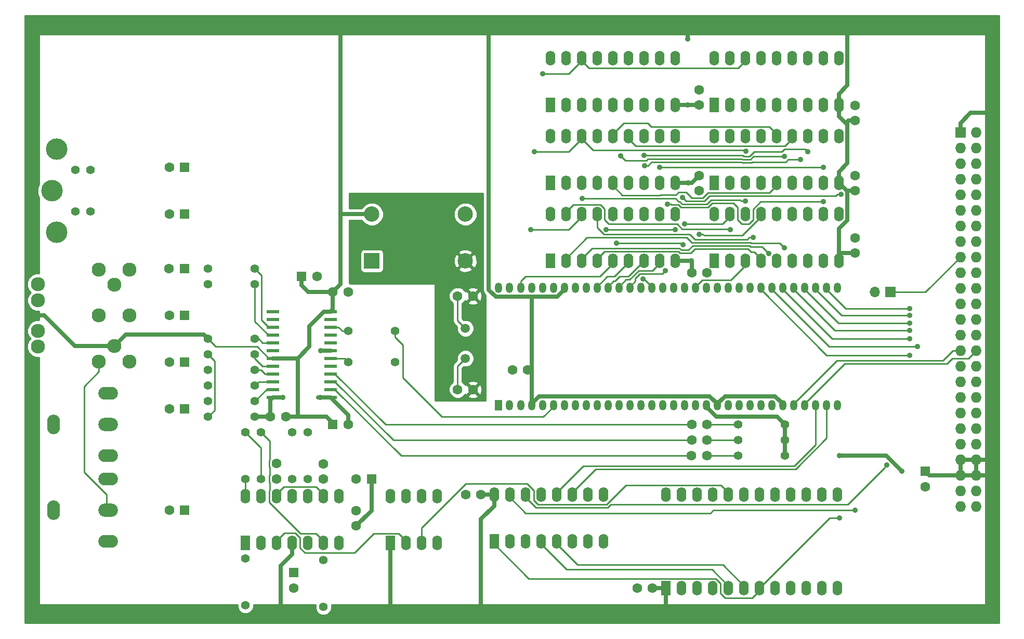
<source format=gbr>
G04 #@! TF.FileFunction,Copper,L1,Top,Signal*
%FSLAX46Y46*%
G04 Gerber Fmt 4.6, Leading zero omitted, Abs format (unit mm)*
G04 Created by KiCad (PCBNEW 4.0.7-e2-6376~61~ubuntu18.04.1) date Thu Dec  6 17:38:53 2018*
%MOMM*%
%LPD*%
G01*
G04 APERTURE LIST*
%ADD10C,0.100000*%
%ADD11R,1.600000X1.600000*%
%ADD12C,1.600000*%
%ADD13R,1.200000X1.700000*%
%ADD14O,1.200000X1.700000*%
%ADD15R,1.727200X1.727200*%
%ADD16O,1.727200X1.727200*%
%ADD17C,1.397000*%
%ADD18R,1.600000X2.400000*%
%ADD19O,1.600000X2.400000*%
%ADD20R,2.000000X0.600000*%
%ADD21C,1.500000*%
%ADD22C,1.422400*%
%ADD23C,3.497580*%
%ADD24R,2.500000X2.500000*%
%ADD25C,2.500000*%
%ADD26R,1.700000X1.700000*%
%ADD27O,1.700000X1.700000*%
%ADD28C,2.300000*%
%ADD29O,3.197860X2.100000*%
%ADD30O,2.100000X3.197860*%
%ADD31O,3.197860X2.200000*%
%ADD32C,0.889000*%
%ADD33C,0.635000*%
%ADD34C,0.254000*%
G04 APERTURE END LIST*
D10*
D11*
X113030000Y-113030000D03*
D12*
X115530000Y-113030000D03*
D13*
X140050000Y-109880400D03*
D14*
X141830000Y-109880400D03*
X143610000Y-109880400D03*
X145390000Y-109880400D03*
X147170000Y-109880400D03*
X148950000Y-109880400D03*
X150730000Y-109880400D03*
X152510000Y-109880400D03*
X154290000Y-109880400D03*
X156070000Y-109880400D03*
X157850000Y-109880400D03*
X159630000Y-109880400D03*
X161410000Y-109880400D03*
X163190000Y-109880400D03*
X164970000Y-109880400D03*
X166750000Y-109880400D03*
X168530000Y-109880400D03*
X170310000Y-109880400D03*
X172090000Y-109880400D03*
X173870000Y-109880400D03*
X175650000Y-109880400D03*
X177430000Y-109880400D03*
X179210000Y-109880400D03*
X180990000Y-109880400D03*
X182770000Y-109880400D03*
X184550000Y-109880400D03*
X186330000Y-109880400D03*
X188110000Y-109880400D03*
X189890000Y-109880400D03*
X191670000Y-109880400D03*
X193450000Y-109880400D03*
X195230000Y-109880400D03*
X195230000Y-90779600D03*
X193450000Y-90779600D03*
X191670000Y-90779600D03*
X189890000Y-90779600D03*
X188110000Y-90779600D03*
X186330000Y-90779600D03*
X184550000Y-90779600D03*
X182770000Y-90779600D03*
X180990000Y-90779600D03*
X179210000Y-90779600D03*
X177430000Y-90779600D03*
X175650000Y-90779600D03*
X173870000Y-90779600D03*
X172090000Y-90779600D03*
X170310000Y-90779600D03*
X168530000Y-90779600D03*
X166750000Y-90779600D03*
X164970000Y-90779600D03*
X163190000Y-90779600D03*
X161410000Y-90779600D03*
X159630000Y-90779600D03*
X157850000Y-90779600D03*
X156070000Y-90779600D03*
X154290000Y-90779600D03*
X152510000Y-90779600D03*
X150730000Y-90779600D03*
X148950000Y-90779600D03*
X147170000Y-90779600D03*
X145390000Y-90779600D03*
X143610000Y-90779600D03*
X141830000Y-90779600D03*
X140050000Y-90779600D03*
D15*
X215265000Y-65405000D03*
D16*
X217805000Y-65405000D03*
X215265000Y-67945000D03*
X217805000Y-67945000D03*
X215265000Y-70485000D03*
X217805000Y-70485000D03*
X215265000Y-73025000D03*
X217805000Y-73025000D03*
X215265000Y-75565000D03*
X217805000Y-75565000D03*
X215265000Y-78105000D03*
X217805000Y-78105000D03*
X215265000Y-80645000D03*
X217805000Y-80645000D03*
X215265000Y-83185000D03*
X217805000Y-83185000D03*
X215265000Y-85725000D03*
X217805000Y-85725000D03*
X215265000Y-88265000D03*
X217805000Y-88265000D03*
X215265000Y-90805000D03*
X217805000Y-90805000D03*
X215265000Y-93345000D03*
X217805000Y-93345000D03*
X215265000Y-95885000D03*
X217805000Y-95885000D03*
X215265000Y-98425000D03*
X217805000Y-98425000D03*
X215265000Y-100965000D03*
X217805000Y-100965000D03*
X215265000Y-103505000D03*
X217805000Y-103505000D03*
X215265000Y-106045000D03*
X217805000Y-106045000D03*
X215265000Y-108585000D03*
X217805000Y-108585000D03*
X215265000Y-111125000D03*
X217805000Y-111125000D03*
X215265000Y-113665000D03*
X217805000Y-113665000D03*
X215265000Y-116205000D03*
X217805000Y-116205000D03*
X215265000Y-118745000D03*
X217805000Y-118745000D03*
X215265000Y-121285000D03*
X217805000Y-121285000D03*
X215265000Y-123825000D03*
X217805000Y-123825000D03*
X215265000Y-126365000D03*
X217805000Y-126365000D03*
D17*
X98806000Y-134874000D03*
X98806000Y-142494000D03*
X111506000Y-142748000D03*
X111506000Y-135128000D03*
X108966000Y-114300000D03*
X108966000Y-121920000D03*
X101346000Y-114300000D03*
X101346000Y-121920000D03*
X98806000Y-114300000D03*
X98806000Y-121920000D03*
X106426000Y-121920000D03*
X106426000Y-114300000D03*
X186690000Y-115570000D03*
X179070000Y-115570000D03*
X186690000Y-118110000D03*
X179070000Y-118110000D03*
X186690000Y-113030000D03*
X179070000Y-113030000D03*
X123190000Y-102870000D03*
X115570000Y-102870000D03*
X123190000Y-97790000D03*
X115570000Y-97790000D03*
X100330000Y-109220000D03*
X92710000Y-109220000D03*
X100330000Y-106680000D03*
X92710000Y-106680000D03*
X100330000Y-104140000D03*
X92710000Y-104140000D03*
X100330000Y-101600000D03*
X92710000Y-101600000D03*
X100330000Y-99060000D03*
X92710000Y-99060000D03*
X100330000Y-90170000D03*
X92710000Y-90170000D03*
X100330000Y-87630000D03*
X92710000Y-87630000D03*
X92710000Y-111760000D03*
X100330000Y-111760000D03*
D18*
X139319000Y-132080000D03*
D19*
X157099000Y-124460000D03*
X141859000Y-132080000D03*
X154559000Y-124460000D03*
X144399000Y-132080000D03*
X152019000Y-124460000D03*
X146939000Y-132080000D03*
X149479000Y-124460000D03*
X149479000Y-132080000D03*
X146939000Y-124460000D03*
X152019000Y-132080000D03*
X144399000Y-124460000D03*
X154559000Y-132080000D03*
X141859000Y-124460000D03*
X157099000Y-132080000D03*
X139319000Y-124460000D03*
D18*
X148463000Y-86360000D03*
D19*
X168783000Y-78740000D03*
X151003000Y-86360000D03*
X166243000Y-78740000D03*
X153543000Y-86360000D03*
X163703000Y-78740000D03*
X156083000Y-86360000D03*
X161163000Y-78740000D03*
X158623000Y-86360000D03*
X158623000Y-78740000D03*
X161163000Y-86360000D03*
X156083000Y-78740000D03*
X163703000Y-86360000D03*
X153543000Y-78740000D03*
X166243000Y-86360000D03*
X151003000Y-78740000D03*
X168783000Y-86360000D03*
X148463000Y-78740000D03*
D18*
X175133000Y-86360000D03*
D19*
X195453000Y-78740000D03*
X177673000Y-86360000D03*
X192913000Y-78740000D03*
X180213000Y-86360000D03*
X190373000Y-78740000D03*
X182753000Y-86360000D03*
X187833000Y-78740000D03*
X185293000Y-86360000D03*
X185293000Y-78740000D03*
X187833000Y-86360000D03*
X182753000Y-78740000D03*
X190373000Y-86360000D03*
X180213000Y-78740000D03*
X192913000Y-86360000D03*
X177673000Y-78740000D03*
X195453000Y-86360000D03*
X175133000Y-78740000D03*
D18*
X148463000Y-73660000D03*
D19*
X168783000Y-66040000D03*
X151003000Y-73660000D03*
X166243000Y-66040000D03*
X153543000Y-73660000D03*
X163703000Y-66040000D03*
X156083000Y-73660000D03*
X161163000Y-66040000D03*
X158623000Y-73660000D03*
X158623000Y-66040000D03*
X161163000Y-73660000D03*
X156083000Y-66040000D03*
X163703000Y-73660000D03*
X153543000Y-66040000D03*
X166243000Y-73660000D03*
X151003000Y-66040000D03*
X168783000Y-73660000D03*
X148463000Y-66040000D03*
D18*
X175133000Y-73660000D03*
D19*
X195453000Y-66040000D03*
X177673000Y-73660000D03*
X192913000Y-66040000D03*
X180213000Y-73660000D03*
X190373000Y-66040000D03*
X182753000Y-73660000D03*
X187833000Y-66040000D03*
X185293000Y-73660000D03*
X185293000Y-66040000D03*
X187833000Y-73660000D03*
X182753000Y-66040000D03*
X190373000Y-73660000D03*
X180213000Y-66040000D03*
X192913000Y-73660000D03*
X177673000Y-66040000D03*
X195453000Y-73660000D03*
X175133000Y-66040000D03*
D18*
X148463000Y-60960000D03*
D19*
X168783000Y-53340000D03*
X151003000Y-60960000D03*
X166243000Y-53340000D03*
X153543000Y-60960000D03*
X163703000Y-53340000D03*
X156083000Y-60960000D03*
X161163000Y-53340000D03*
X158623000Y-60960000D03*
X158623000Y-53340000D03*
X161163000Y-60960000D03*
X156083000Y-53340000D03*
X163703000Y-60960000D03*
X153543000Y-53340000D03*
X166243000Y-60960000D03*
X151003000Y-53340000D03*
X168783000Y-60960000D03*
X148463000Y-53340000D03*
D18*
X167259000Y-139700000D03*
D19*
X195199000Y-124460000D03*
X169799000Y-139700000D03*
X192659000Y-124460000D03*
X172339000Y-139700000D03*
X190119000Y-124460000D03*
X174879000Y-139700000D03*
X187579000Y-124460000D03*
X177419000Y-139700000D03*
X185039000Y-124460000D03*
X179959000Y-139700000D03*
X182499000Y-124460000D03*
X182499000Y-139700000D03*
X179959000Y-124460000D03*
X185039000Y-139700000D03*
X177419000Y-124460000D03*
X187579000Y-139700000D03*
X174879000Y-124460000D03*
X190119000Y-139700000D03*
X172339000Y-124460000D03*
X192659000Y-139700000D03*
X169799000Y-124460000D03*
X195199000Y-139700000D03*
X167259000Y-124460000D03*
D18*
X175133000Y-60960000D03*
D19*
X195453000Y-53340000D03*
X177673000Y-60960000D03*
X192913000Y-53340000D03*
X180213000Y-60960000D03*
X190373000Y-53340000D03*
X182753000Y-60960000D03*
X187833000Y-53340000D03*
X185293000Y-60960000D03*
X185293000Y-53340000D03*
X187833000Y-60960000D03*
X182753000Y-53340000D03*
X190373000Y-60960000D03*
X180213000Y-53340000D03*
X192913000Y-60960000D03*
X177673000Y-53340000D03*
X195453000Y-60960000D03*
X175133000Y-53340000D03*
D18*
X122428000Y-132334000D03*
D19*
X130048000Y-124714000D03*
X124968000Y-132334000D03*
X127508000Y-124714000D03*
X127508000Y-132334000D03*
X124968000Y-124714000D03*
X130048000Y-132334000D03*
X122428000Y-124714000D03*
D20*
X112650000Y-108585000D03*
X112650000Y-107315000D03*
X112650000Y-106045000D03*
X112650000Y-104775000D03*
X112650000Y-103505000D03*
X112650000Y-102235000D03*
X112650000Y-100965000D03*
X112650000Y-99695000D03*
X112650000Y-98425000D03*
X112650000Y-97155000D03*
X112650000Y-95885000D03*
X112650000Y-94615000D03*
X103250000Y-94615000D03*
X103250000Y-95885000D03*
X103250000Y-97155000D03*
X103250000Y-98425000D03*
X103250000Y-99695000D03*
X103250000Y-100965000D03*
X103250000Y-102235000D03*
X103250000Y-103505000D03*
X103250000Y-104775000D03*
X103250000Y-106045000D03*
X103250000Y-107315000D03*
X103250000Y-108585000D03*
D21*
X134620000Y-102235000D03*
X134620000Y-97355000D03*
D12*
X133350000Y-107315000D03*
X135850000Y-107315000D03*
X133350000Y-92075000D03*
X135850000Y-92075000D03*
X171490000Y-88265000D03*
X173990000Y-88265000D03*
X198120000Y-85090000D03*
X198120000Y-82590000D03*
X172720000Y-72430000D03*
X172720000Y-74930000D03*
X198120000Y-74930000D03*
X198120000Y-72430000D03*
X172720000Y-60960000D03*
X172720000Y-58460000D03*
X165100000Y-139700000D03*
X162600000Y-139700000D03*
X198120000Y-63500000D03*
X198120000Y-61000000D03*
X105370000Y-111760000D03*
X102870000Y-111760000D03*
D11*
X106680000Y-137160000D03*
D12*
X106680000Y-139660000D03*
X111506000Y-119420000D03*
X111506000Y-121920000D03*
X103886000Y-121880000D03*
X103886000Y-119380000D03*
D11*
X88900000Y-127000000D03*
D12*
X86400000Y-127000000D03*
X173990000Y-113030000D03*
X171490000Y-113030000D03*
X173990000Y-115570000D03*
X171490000Y-115570000D03*
X173950000Y-118110000D03*
X171450000Y-118110000D03*
X137160000Y-124460000D03*
X134660000Y-124460000D03*
D11*
X88900000Y-71120000D03*
D12*
X86400000Y-71120000D03*
D11*
X88900000Y-110490000D03*
D12*
X86400000Y-110490000D03*
D11*
X88900000Y-78740000D03*
D12*
X86400000Y-78740000D03*
D11*
X107950000Y-88900000D03*
D12*
X110450000Y-88900000D03*
D11*
X88900000Y-95250000D03*
D12*
X86400000Y-95250000D03*
X113030000Y-91440000D03*
X115530000Y-91440000D03*
D11*
X88900000Y-102870000D03*
D12*
X86400000Y-102870000D03*
D11*
X88860000Y-87630000D03*
D12*
X86360000Y-87630000D03*
D22*
X71059040Y-78328520D03*
X71059040Y-71531480D03*
X73507600Y-78328520D03*
X73558400Y-71531480D03*
D23*
X68059300Y-68130420D03*
X67261740Y-74930000D03*
X68059300Y-81678780D03*
D24*
X119380000Y-86360000D03*
D25*
X119380000Y-78740000D03*
X134620000Y-78740000D03*
X134620000Y-86360000D03*
D12*
X144780000Y-104140000D03*
X142280000Y-104140000D03*
D18*
X98806000Y-132334000D03*
D19*
X114046000Y-124714000D03*
X101346000Y-132334000D03*
X111506000Y-124714000D03*
X103886000Y-132334000D03*
X108966000Y-124714000D03*
X106426000Y-132334000D03*
X106426000Y-124714000D03*
X108966000Y-132334000D03*
X103886000Y-124714000D03*
X111506000Y-132334000D03*
X101346000Y-124714000D03*
X114046000Y-132334000D03*
X98806000Y-124714000D03*
D26*
X203835000Y-91440000D03*
D27*
X201295000Y-91440000D03*
D12*
X116840000Y-129540000D03*
X116840000Y-127040000D03*
D28*
X65030000Y-97750000D03*
X65030000Y-92750000D03*
X77430000Y-90250000D03*
X77430000Y-100250000D03*
X79930000Y-87750000D03*
X79930000Y-102750000D03*
X74930000Y-87750000D03*
X74930000Y-95250000D03*
X74930000Y-102750000D03*
X79930000Y-95250000D03*
X65024000Y-100330000D03*
X65024000Y-90170000D03*
D11*
X209550000Y-120650000D03*
D12*
X209550000Y-123150000D03*
D29*
X76454000Y-132080000D03*
D30*
X67564000Y-127000000D03*
D29*
X76454000Y-121920000D03*
D31*
X76454000Y-127000000D03*
D29*
X76454000Y-118110000D03*
D30*
X67564000Y-113030000D03*
D29*
X76454000Y-107950000D03*
D31*
X76454000Y-113030000D03*
D11*
X119340000Y-121920000D03*
D12*
X116840000Y-121920000D03*
D32*
X205740000Y-120650000D03*
X104885000Y-108585000D03*
X110998000Y-108585000D03*
X111015000Y-100965000D03*
X195580000Y-118110000D03*
X170815000Y-50165000D03*
X170878510Y-73660000D03*
X170789576Y-60960000D03*
X171450000Y-86360000D03*
X203297313Y-119644170D03*
X207010000Y-94107000D03*
X207022224Y-95262224D03*
X207010006Y-96520000D03*
X207017894Y-97693340D03*
X207010008Y-99060000D03*
X208280000Y-100330000D03*
X207010011Y-101727000D03*
X195580000Y-128270000D03*
X198120000Y-127000000D03*
X186562996Y-84201000D03*
X184022999Y-85164619D03*
X181483000Y-82550000D03*
X177800000Y-81280000D03*
X172719996Y-82042000D03*
X170306990Y-80327490D03*
X170105503Y-83726419D03*
X159258000Y-83445397D03*
X163550654Y-89274531D03*
X163725540Y-69151510D03*
X190373000Y-68580002D03*
X167513000Y-77089000D03*
X192913000Y-76708000D03*
X167164171Y-87978819D03*
X192912992Y-71120000D03*
X166243000Y-71120000D03*
X163777521Y-70802522D03*
X189230006Y-69850000D03*
X186550777Y-69329775D03*
X159893000Y-69215036D03*
X170002205Y-76009501D03*
X157568067Y-81216490D03*
X168783000Y-81216490D03*
X195808504Y-75515730D03*
X147193000Y-55880000D03*
X180340000Y-68453000D03*
X145859490Y-68580000D03*
X180213000Y-76574547D03*
X153670000Y-76200000D03*
X145224490Y-81280000D03*
D33*
X203200000Y-118110000D02*
X205740000Y-120650000D01*
X195580000Y-118110000D02*
X203200000Y-118110000D01*
X110998000Y-108585000D02*
X112650000Y-108585000D01*
X110617000Y-108585000D02*
X110998000Y-108585000D01*
X106426000Y-124714000D02*
X106426000Y-125114000D01*
X112650000Y-100965000D02*
X111015000Y-100965000D01*
X100330000Y-111760000D02*
X102870000Y-111760000D01*
X115570000Y-113030000D02*
X115570000Y-111505000D01*
X115570000Y-111505000D02*
X112650000Y-108585000D01*
X103250000Y-108585000D02*
X104885000Y-108585000D01*
X102870000Y-111760000D02*
X102870000Y-108965000D01*
X102870000Y-108965000D02*
X103250000Y-108585000D01*
X186690000Y-115570000D02*
X186690000Y-118110000D01*
X186690000Y-113030000D02*
X186690000Y-115570000D01*
X186690000Y-113030000D02*
X185419999Y-111759999D01*
X185419999Y-111759999D02*
X175499599Y-111759999D01*
X175499599Y-111759999D02*
X173870000Y-110130400D01*
X173870000Y-110130400D02*
X173870000Y-109880400D01*
X140050000Y-110130400D02*
X140050000Y-109880400D01*
X116840000Y-129540000D02*
X119340000Y-127040000D01*
X119340000Y-127040000D02*
X119340000Y-121920000D01*
X66040000Y-95250000D02*
X64770000Y-95250000D01*
X71040000Y-100250000D02*
X66040000Y-95250000D01*
X75803655Y-100250000D02*
X71040000Y-100250000D01*
X215265000Y-121285000D02*
X210185000Y-121285000D01*
X210185000Y-121285000D02*
X209550000Y-120650000D01*
X112014000Y-111760000D02*
X107188000Y-111760000D01*
X107188000Y-111760000D02*
X105370000Y-111760000D01*
X107315000Y-102235000D02*
X107315000Y-111633000D01*
X107315000Y-111633000D02*
X107188000Y-111760000D01*
X75803655Y-100250000D02*
X77430000Y-100250000D01*
X114300000Y-78867000D02*
X114300000Y-48260000D01*
X113030000Y-91440000D02*
X114300000Y-90170000D01*
X114300000Y-90170000D02*
X114300000Y-78867000D01*
X114300000Y-78867000D02*
X114427000Y-78740000D01*
X114427000Y-78740000D02*
X119380000Y-78740000D01*
D34*
X103250000Y-102235000D02*
X102616000Y-102235000D01*
X102616000Y-102235000D02*
X100711000Y-100330000D01*
X100711000Y-100330000D02*
X93980000Y-100330000D01*
X93980000Y-100330000D02*
X92710000Y-99060000D01*
D33*
X113030000Y-91440000D02*
X109055000Y-91440000D01*
X109055000Y-91440000D02*
X107950000Y-90335000D01*
X107950000Y-90335000D02*
X107950000Y-88900000D01*
X145415000Y-108370400D02*
X145415000Y-104140000D01*
X145415000Y-104140000D02*
X145415000Y-92201110D01*
X144780000Y-104140000D02*
X145415000Y-104140000D01*
X170815000Y-50165000D02*
X170815000Y-49536383D01*
X170815000Y-49536383D02*
X170789576Y-49510959D01*
X170789576Y-49510959D02*
X170789576Y-48920424D01*
X104521000Y-136074000D02*
X104521000Y-143510000D01*
X106426000Y-132334000D02*
X106426000Y-134169000D01*
X106426000Y-134169000D02*
X104521000Y-136074000D01*
X168783000Y-73660000D02*
X170878510Y-73660000D01*
X172720000Y-72430000D02*
X171490000Y-73660000D01*
X171490000Y-73660000D02*
X170878510Y-73660000D01*
X171450000Y-48260000D02*
X170789576Y-48920424D01*
X172720000Y-60960000D02*
X171450000Y-60960000D01*
X171450000Y-60960000D02*
X170789576Y-60960000D01*
X168783000Y-60960000D02*
X170789576Y-60960000D01*
X113070000Y-113030000D02*
X113070000Y-112816000D01*
X113070000Y-112816000D02*
X112014000Y-111760000D01*
X113030000Y-91440000D02*
X113030000Y-94235000D01*
X113030000Y-94235000D02*
X112650000Y-94615000D01*
X112650000Y-94615000D02*
X111591298Y-94615000D01*
X111591298Y-94615000D02*
X109220000Y-96986298D01*
X109220000Y-96986298D02*
X109220000Y-100330000D01*
X109220000Y-100330000D02*
X107315000Y-102235000D01*
X107315000Y-102235000D02*
X103250000Y-102235000D01*
X92710000Y-99060000D02*
X92011501Y-98361501D01*
X92011501Y-98361501D02*
X79318499Y-98361501D01*
X79318499Y-98361501D02*
X78579999Y-99100001D01*
X78579999Y-99100001D02*
X77430000Y-100250000D01*
X122428000Y-134169000D02*
X122428000Y-143510000D01*
X122428000Y-132334000D02*
X122428000Y-134169000D01*
X145390000Y-109880400D02*
X145390000Y-109630400D01*
X145390000Y-109630400D02*
X146625000Y-108395400D01*
X174415000Y-108395400D02*
X175650000Y-109630400D01*
X175650000Y-109630400D02*
X175650000Y-109880400D01*
X146625000Y-108395400D02*
X174415000Y-108395400D01*
X186330000Y-109880400D02*
X186330000Y-109630400D01*
X186330000Y-109630400D02*
X185095000Y-108395400D01*
X185095000Y-108395400D02*
X176885000Y-108395400D01*
X176885000Y-108395400D02*
X175650000Y-109630400D01*
X149558490Y-92201110D02*
X145415000Y-92201110D01*
X145415000Y-92201110D02*
X139564745Y-92201110D01*
X145390000Y-109880400D02*
X145390000Y-108395400D01*
X145390000Y-108395400D02*
X145415000Y-108370400D01*
X137160000Y-124460000D02*
X139319000Y-124460000D01*
X217805000Y-118745000D02*
X217805000Y-121285000D01*
X219026314Y-121285000D02*
X220980000Y-121285000D01*
X217805000Y-121285000D02*
X219026314Y-121285000D01*
X215265000Y-121285000D02*
X217805000Y-121285000D01*
X215265000Y-118745000D02*
X220980000Y-118745000D01*
X215265000Y-118745000D02*
X215265000Y-121285000D01*
X167259000Y-141535000D02*
X167259000Y-143383000D01*
X167259000Y-139700000D02*
X167259000Y-141535000D01*
X165100000Y-139700000D02*
X167259000Y-139700000D01*
X137160000Y-128454000D02*
X137160000Y-143510000D01*
X139319000Y-124460000D02*
X139319000Y-126295000D01*
X139319000Y-126295000D02*
X137160000Y-128454000D01*
X171490000Y-88265000D02*
X171490000Y-86400000D01*
X171490000Y-86400000D02*
X171450000Y-86360000D01*
X195453000Y-86360000D02*
X195453000Y-85090000D01*
X195453000Y-85090000D02*
X195453000Y-81079608D01*
X198120000Y-85090000D02*
X195453000Y-85090000D01*
X198120000Y-74930000D02*
X196926020Y-74930000D01*
X196926020Y-74930000D02*
X196824510Y-75031510D01*
X198120000Y-63500000D02*
X196988630Y-63500000D01*
X196824510Y-63664120D02*
X196824510Y-64166510D01*
X196988630Y-63500000D02*
X196824510Y-63664120D01*
X138430000Y-91066365D02*
X138430000Y-48260000D01*
X150730000Y-90779600D02*
X150730000Y-91029600D01*
X150730000Y-91029600D02*
X149558490Y-92201110D01*
X139564745Y-92201110D02*
X138430000Y-91066365D01*
X196850000Y-57728000D02*
X196850000Y-48260000D01*
X195453000Y-60960000D02*
X195453000Y-59125000D01*
X195453000Y-59125000D02*
X196850000Y-57728000D01*
X170218000Y-86360000D02*
X171450000Y-86360000D01*
X168783000Y-86360000D02*
X170218000Y-86360000D01*
X195453000Y-60960000D02*
X195453000Y-62795000D01*
X196824510Y-64166510D02*
X196824510Y-70453490D01*
X195453000Y-62795000D02*
X196824510Y-64166510D01*
X196824510Y-70453490D02*
X195453000Y-71825000D01*
X195453000Y-71825000D02*
X195453000Y-73660000D01*
X195453000Y-81079608D02*
X196824510Y-79708098D01*
X196824510Y-79708098D02*
X196824510Y-75031510D01*
X196824510Y-75031510D02*
X195453000Y-73660000D01*
X215265000Y-65405000D02*
X215265000Y-63881000D01*
X216916000Y-62230000D02*
X219710000Y-62230000D01*
X215265000Y-63881000D02*
X216916000Y-62230000D01*
D34*
X144399000Y-124460000D02*
X144399000Y-124860000D01*
X157798615Y-126549021D02*
X158306626Y-126041010D01*
X144399000Y-124860000D02*
X146088021Y-126549021D01*
X202852814Y-120088669D02*
X203297313Y-119644170D01*
X158306626Y-126041010D02*
X196900473Y-126041010D01*
X196900473Y-126041010D02*
X202852814Y-120088669D01*
X146088021Y-126549021D02*
X157798615Y-126549021D01*
X215265000Y-85725000D02*
X209550000Y-91440000D01*
X209550000Y-91440000D02*
X203835000Y-91440000D01*
X193450000Y-90779600D02*
X193450000Y-91029600D01*
X193450000Y-91029600D02*
X196527400Y-94107000D01*
X196527400Y-94107000D02*
X206381383Y-94107000D01*
X206381383Y-94107000D02*
X207010000Y-94107000D01*
X206393607Y-95262224D02*
X207022224Y-95262224D01*
X191670000Y-90779600D02*
X191670000Y-91029600D01*
X191670000Y-91029600D02*
X195902624Y-95262224D01*
X195902624Y-95262224D02*
X206393607Y-95262224D01*
X189890000Y-90779600D02*
X189890000Y-91029600D01*
X189890000Y-91029600D02*
X195380400Y-96520000D01*
X195380400Y-96520000D02*
X207010000Y-96520000D01*
X207010000Y-96520000D02*
X207010003Y-96520003D01*
X207010003Y-96520003D02*
X207010006Y-96520000D01*
X188110000Y-90779600D02*
X188110000Y-91029600D01*
X188110000Y-91029600D02*
X194773740Y-97693340D01*
X194773740Y-97693340D02*
X206389277Y-97693340D01*
X206389277Y-97693340D02*
X207017894Y-97693340D01*
X186330000Y-90779600D02*
X186330000Y-91029600D01*
X186330000Y-91029600D02*
X194360400Y-99060000D01*
X194360400Y-99060000D02*
X207010008Y-99060000D01*
X184550000Y-91029600D02*
X193850400Y-100330000D01*
X193850400Y-100330000D02*
X207651383Y-100330000D01*
X207651383Y-100330000D02*
X208280000Y-100330000D01*
X184550000Y-90779600D02*
X184550000Y-91029600D01*
X182770000Y-90779600D02*
X182770000Y-91029600D01*
X182770000Y-91029600D02*
X193467400Y-101727000D01*
X193467400Y-101727000D02*
X207010011Y-101727000D01*
X182499000Y-139700000D02*
X193929000Y-128270000D01*
X194951383Y-128270000D02*
X195580000Y-128270000D01*
X193929000Y-128270000D02*
X194951383Y-128270000D01*
X139319000Y-132080000D02*
X139319000Y-132480000D01*
X139319000Y-132480000D02*
X144957990Y-138118990D01*
X144957990Y-138118990D02*
X175368190Y-138118990D01*
X175368190Y-138118990D02*
X176149000Y-138899800D01*
X176149000Y-138899800D02*
X176149000Y-140500200D01*
X176149000Y-140500200D02*
X176929810Y-141281010D01*
X176929810Y-141281010D02*
X181317990Y-141281010D01*
X181317990Y-141281010D02*
X182499000Y-140100000D01*
X182499000Y-140100000D02*
X182499000Y-139700000D01*
X141859000Y-124460000D02*
X141859000Y-124860000D01*
X174561501Y-127444499D02*
X175006000Y-127000000D01*
X141859000Y-124860000D02*
X144443499Y-127444499D01*
X144443499Y-127444499D02*
X174561501Y-127444499D01*
X175006000Y-127000000D02*
X198120000Y-127000000D01*
X188110000Y-109630400D02*
X188110000Y-109880400D01*
X195124411Y-102615989D02*
X188110000Y-109630400D01*
X212392697Y-102615989D02*
X195124411Y-102615989D01*
X214043686Y-100965000D02*
X212392697Y-102615989D01*
X215265000Y-100965000D02*
X214043686Y-100965000D01*
X189890000Y-109630400D02*
X196396400Y-103124000D01*
X213951425Y-102235011D02*
X216534989Y-102235011D01*
X213062436Y-103124000D02*
X213951425Y-102235011D01*
X189890000Y-109880400D02*
X189890000Y-109630400D01*
X196396400Y-103124000D02*
X213062436Y-103124000D01*
X216534989Y-102235011D02*
X216941401Y-101828599D01*
X216941401Y-101828599D02*
X217805000Y-100965000D01*
X101346000Y-114300000D02*
X102743000Y-115697000D01*
X111506000Y-131934000D02*
X111506000Y-132334000D01*
X102743000Y-115697000D02*
X102743000Y-118775118D01*
X107765990Y-130752990D02*
X110324990Y-130752990D01*
X102743000Y-118775118D02*
X102704999Y-118813119D01*
X102704999Y-118813119D02*
X102704999Y-119946881D01*
X102704999Y-119946881D02*
X102743000Y-119984882D01*
X102743000Y-119984882D02*
X102743000Y-121275118D01*
X102743000Y-122484882D02*
X102743000Y-123786800D01*
X102743000Y-121275118D02*
X102704999Y-121313119D01*
X102704999Y-122446881D02*
X102743000Y-122484882D01*
X102704990Y-125691990D02*
X107765990Y-130752990D01*
X102704999Y-121313119D02*
X102704999Y-122446881D01*
X102743000Y-123786800D02*
X102704990Y-123824810D01*
X102704990Y-123824810D02*
X102704990Y-125691990D01*
X110324990Y-130752990D02*
X111506000Y-131934000D01*
X101346000Y-121920000D02*
X101346000Y-116840000D01*
X101346000Y-116840000D02*
X98806000Y-114300000D01*
X98806000Y-121920000D02*
X98806000Y-124714000D01*
X173990000Y-115570000D02*
X175121370Y-115570000D01*
X175121370Y-115570000D02*
X179070000Y-115570000D01*
X177430000Y-109880400D02*
X177430000Y-110130400D01*
X173950000Y-118110000D02*
X175081370Y-118110000D01*
X175081370Y-118110000D02*
X179070000Y-118110000D01*
X173990000Y-113030000D02*
X175121370Y-113030000D01*
X175121370Y-113030000D02*
X179070000Y-113030000D01*
X180990000Y-110130400D02*
X180990000Y-109880400D01*
X115570000Y-102870000D02*
X114935000Y-102235000D01*
X114935000Y-102235000D02*
X112650000Y-102235000D01*
X123190000Y-97790000D02*
X123190000Y-98777828D01*
X123190000Y-98777828D02*
X124460000Y-100047828D01*
X124460000Y-100047828D02*
X124460000Y-105410000D01*
X124460000Y-105410000D02*
X130810000Y-111760000D01*
X130810000Y-111760000D02*
X147320400Y-111760000D01*
X147320400Y-111760000D02*
X148950000Y-110130400D01*
X148950000Y-110130400D02*
X148950000Y-109880400D01*
X115570000Y-97790000D02*
X114582172Y-97790000D01*
X114582172Y-97790000D02*
X113947172Y-97155000D01*
X113947172Y-97155000D02*
X113904000Y-97155000D01*
X113904000Y-97155000D02*
X112650000Y-97155000D01*
X112650000Y-97155000D02*
X113350000Y-97155000D01*
X100330000Y-109220000D02*
X102235000Y-107315000D01*
X102235000Y-107315000D02*
X103250000Y-107315000D01*
X100330000Y-106680000D02*
X100965000Y-106045000D01*
X100965000Y-106045000D02*
X101600000Y-106045000D01*
X101600000Y-106045000D02*
X103250000Y-106045000D01*
X100330000Y-104140000D02*
X101346000Y-104140000D01*
X101346000Y-104140000D02*
X101981000Y-104775000D01*
X101981000Y-104775000D02*
X101996000Y-104775000D01*
X101996000Y-104775000D02*
X103250000Y-104775000D01*
X100330000Y-101600000D02*
X100330000Y-102235000D01*
X100330000Y-102235000D02*
X101600000Y-103505000D01*
X101600000Y-103505000D02*
X101996000Y-103505000D01*
X101996000Y-103505000D02*
X103250000Y-103505000D01*
X92710000Y-111760000D02*
X93789501Y-110680499D01*
X93789501Y-110680499D02*
X93789501Y-102679501D01*
X93789501Y-102679501D02*
X93408499Y-102298499D01*
X93408499Y-102298499D02*
X92710000Y-101600000D01*
X100330000Y-99060000D02*
X100965000Y-99060000D01*
X101600000Y-99695000D02*
X101996000Y-99695000D01*
X100965000Y-99060000D02*
X101600000Y-99695000D01*
X101996000Y-99695000D02*
X103250000Y-99695000D01*
X100330000Y-90170000D02*
X100330000Y-96205000D01*
X100330000Y-96205000D02*
X102550000Y-98425000D01*
X102550000Y-98425000D02*
X103250000Y-98425000D01*
X100330000Y-87630000D02*
X101409501Y-88709501D01*
X101409501Y-88709501D02*
X101409501Y-96014501D01*
X101409501Y-96014501D02*
X102550000Y-97155000D01*
X102550000Y-97155000D02*
X103250000Y-97155000D01*
X179959000Y-139700000D02*
X179959000Y-139300000D01*
X179959000Y-139300000D02*
X176549000Y-135890000D01*
X176549000Y-135890000D02*
X152889000Y-135890000D01*
X152889000Y-135890000D02*
X149479000Y-132480000D01*
X149479000Y-132480000D02*
X149479000Y-132080000D01*
X146939000Y-132080000D02*
X146939000Y-132480000D01*
X146939000Y-132480000D02*
X151111000Y-136652000D01*
X151111000Y-136652000D02*
X174771000Y-136652000D01*
X174771000Y-136652000D02*
X177419000Y-139300000D01*
X177419000Y-139300000D02*
X177419000Y-139700000D01*
X151003000Y-86360000D02*
X151003000Y-85960000D01*
X151003000Y-85960000D02*
X154412978Y-82550022D01*
X154412978Y-82550022D02*
X170688022Y-82550022D01*
X170688022Y-82550022D02*
X171513512Y-83375512D01*
X171513512Y-83375512D02*
X181086770Y-83375512D01*
X181086770Y-83375512D02*
X181150258Y-83439000D01*
X181150258Y-83439000D02*
X185800996Y-83439000D01*
X185800996Y-83439000D02*
X186118497Y-83756501D01*
X186118497Y-83756501D02*
X186562996Y-84201000D01*
X153543000Y-86360000D02*
X153543000Y-85960000D01*
X153543000Y-85960000D02*
X155232021Y-84270979D01*
X155232021Y-84270979D02*
X169482615Y-84270979D01*
X169482615Y-84270979D02*
X169793625Y-84581989D01*
X182932369Y-84073989D02*
X183578500Y-84720120D01*
X169793625Y-84581989D02*
X170942011Y-84581989D01*
X170942011Y-84581989D02*
X171640479Y-83883521D01*
X180876343Y-83883521D02*
X181066811Y-84073989D01*
X181066811Y-84073989D02*
X182932369Y-84073989D01*
X171640479Y-83883521D02*
X180876343Y-83883521D01*
X183578500Y-84720120D02*
X184022999Y-85164619D01*
X156083000Y-78740000D02*
X156083000Y-80953187D01*
X156083000Y-80953187D02*
X157171813Y-82042000D01*
X157171813Y-82042000D02*
X171196000Y-82042000D01*
X171196000Y-82042000D02*
X172021502Y-82867502D01*
X172021502Y-82867502D02*
X180536881Y-82867502D01*
X180536881Y-82867502D02*
X180854383Y-82550000D01*
X180854383Y-82550000D02*
X181483000Y-82550000D01*
X169109629Y-80353180D02*
X169909449Y-81153000D01*
X157988000Y-80353180D02*
X169109629Y-80353180D01*
X157264010Y-79629190D02*
X157988000Y-80353180D01*
X152184010Y-77158990D02*
X156572190Y-77158990D01*
X151003000Y-78740000D02*
X151003000Y-78340000D01*
X151003000Y-78340000D02*
X152184010Y-77158990D01*
X156572190Y-77158990D02*
X157264010Y-77850810D01*
X157264010Y-77850810D02*
X157264010Y-79629190D01*
X169909449Y-81153000D02*
X177673000Y-81153000D01*
X177673000Y-81153000D02*
X177800000Y-81280000D01*
X172090000Y-90779600D02*
X172090000Y-90529600D01*
X172090000Y-90529600D02*
X173173599Y-89446001D01*
X173173599Y-89446001D02*
X177888999Y-89446001D01*
X177888999Y-89446001D02*
X180086000Y-87249000D01*
X180086000Y-87249000D02*
X180086000Y-86487000D01*
X180086000Y-86487000D02*
X180213000Y-86360000D01*
X182753000Y-79140000D02*
X179724044Y-82168956D01*
X173348613Y-82042000D02*
X172719996Y-82042000D01*
X173475569Y-82168956D02*
X173348613Y-82042000D01*
X182753000Y-78740000D02*
X182753000Y-79140000D01*
X179724044Y-82168956D02*
X173475569Y-82168956D01*
X170935607Y-80327490D02*
X170306990Y-80327490D01*
X177673000Y-78740000D02*
X177673000Y-79140000D01*
X177673000Y-79140000D02*
X176485510Y-80327490D01*
X176485510Y-80327490D02*
X170935607Y-80327490D01*
X185293000Y-66040000D02*
X185293000Y-65640000D01*
X164910626Y-64458990D02*
X164332625Y-63880989D01*
X185293000Y-65640000D02*
X184111990Y-64458990D01*
X184111990Y-64458990D02*
X164910626Y-64458990D01*
X164332625Y-63880989D02*
X160382011Y-63880989D01*
X160382011Y-63880989D02*
X158623000Y-65640000D01*
X158623000Y-65640000D02*
X158623000Y-66040000D01*
X159258000Y-83445397D02*
X169824481Y-83445397D01*
X169824481Y-83445397D02*
X170105503Y-83726419D01*
X158623000Y-53740000D02*
X158623000Y-53340000D01*
X187833000Y-66040000D02*
X187833000Y-66440000D01*
X187833000Y-66440000D02*
X186651990Y-67621010D01*
X186651990Y-67621010D02*
X162344010Y-67621010D01*
X162344010Y-67621010D02*
X161163000Y-66440000D01*
X161163000Y-66440000D02*
X161163000Y-66040000D01*
X164970000Y-90529600D02*
X163714931Y-89274531D01*
X164970000Y-90779600D02*
X164970000Y-90529600D01*
X163714931Y-89274531D02*
X163550654Y-89274531D01*
X164970000Y-90779600D02*
X164947600Y-90779600D01*
X164970000Y-90779600D02*
X164970000Y-90774429D01*
X179816766Y-69151510D02*
X164354157Y-69151510D01*
X164354157Y-69151510D02*
X163725540Y-69151510D01*
X179943758Y-69278502D02*
X179816766Y-69151510D01*
X180863242Y-69278502D02*
X179943758Y-69278502D01*
X186166770Y-68516488D02*
X181625256Y-68516488D01*
X186547755Y-68135503D02*
X186166770Y-68516488D01*
X189928501Y-68135503D02*
X186547755Y-68135503D01*
X190373000Y-68580002D02*
X189928501Y-68135503D01*
X181625256Y-68516488D02*
X180863242Y-69278502D01*
X192913000Y-76708000D02*
X182714800Y-76708000D01*
X180790990Y-80321010D02*
X179635010Y-80321010D01*
X169272190Y-77158990D02*
X168211607Y-77158990D01*
X169748234Y-77635034D02*
X169272190Y-77158990D01*
X168141617Y-77089000D02*
X167513000Y-77089000D01*
X174835436Y-76962000D02*
X174162402Y-77635034D01*
X178308000Y-76962000D02*
X174835436Y-76962000D01*
X174162402Y-77635034D02*
X169748234Y-77635034D01*
X178943000Y-79629000D02*
X178943000Y-77597000D01*
X179635010Y-80321010D02*
X178943000Y-79629000D01*
X182714800Y-76708000D02*
X181483000Y-77939800D01*
X181483000Y-79629000D02*
X180790990Y-80321010D01*
X181483000Y-77939800D02*
X181483000Y-79629000D01*
X168211607Y-77158990D02*
X168141617Y-77089000D01*
X178943000Y-77597000D02*
X178308000Y-76962000D01*
X162264000Y-89675600D02*
X162264000Y-89235872D01*
X162264000Y-89235872D02*
X163050852Y-88449020D01*
X161410000Y-90779600D02*
X161410000Y-90529600D01*
X161410000Y-90529600D02*
X162264000Y-89675600D01*
X163050852Y-88449020D02*
X166693970Y-88449020D01*
X166693970Y-88449020D02*
X166719672Y-88423318D01*
X166719672Y-88423318D02*
X167164171Y-87978819D01*
X166243000Y-71120000D02*
X192912992Y-71120000D01*
X192913000Y-73660000D02*
X192913000Y-73260000D01*
X166243000Y-86760000D02*
X166243000Y-86360000D01*
X159630000Y-90779600D02*
X159630000Y-90529600D01*
X159630000Y-90529600D02*
X160751590Y-89408010D01*
X162840427Y-87941009D02*
X165061991Y-87941009D01*
X160751590Y-89408010D02*
X161373426Y-89408010D01*
X161373426Y-89408010D02*
X162840427Y-87941009D01*
X165061991Y-87941009D02*
X166243000Y-86760000D01*
X166243000Y-73660000D02*
X166243000Y-73260000D01*
X164406138Y-70802522D02*
X163777521Y-70802522D01*
X187198000Y-69850000D02*
X186817000Y-70231000D01*
X181347616Y-70231000D02*
X181284092Y-70294524D01*
X181284092Y-70294524D02*
X179649908Y-70294524D01*
X179643428Y-70288044D02*
X164920616Y-70288044D01*
X179649908Y-70294524D02*
X179643428Y-70288044D01*
X186817000Y-70231000D02*
X181347616Y-70231000D01*
X189230006Y-69850000D02*
X187198000Y-69850000D01*
X164920616Y-70288044D02*
X164406138Y-70802522D01*
X157850000Y-90779600D02*
X157850000Y-90529600D01*
X157850000Y-90529600D02*
X158704000Y-89675600D01*
X158704000Y-89675600D02*
X158954000Y-89675600D01*
X158954000Y-89675600D02*
X159729600Y-88900000D01*
X159729600Y-88900000D02*
X161163000Y-88900000D01*
X161163000Y-88900000D02*
X163703000Y-86360000D01*
X179726853Y-69780033D02*
X179733333Y-69786513D01*
X159893000Y-69215036D02*
X160654976Y-69977012D01*
X181073667Y-69786513D02*
X181530405Y-69329775D01*
X164318761Y-69780033D02*
X179726853Y-69780033D01*
X185922160Y-69329775D02*
X186550777Y-69329775D01*
X179733333Y-69786513D02*
X181073667Y-69786513D01*
X164121782Y-69977012D02*
X164318761Y-69780033D01*
X160654976Y-69977012D02*
X164121782Y-69977012D01*
X181530405Y-69329775D02*
X185922160Y-69329775D01*
X156070000Y-90779600D02*
X156070000Y-90529600D01*
X158871636Y-88900000D02*
X161163000Y-86608636D01*
X156070000Y-90529600D02*
X157699600Y-88900000D01*
X157699600Y-88900000D02*
X158871636Y-88900000D01*
X161163000Y-86608636D02*
X161163000Y-86360000D01*
X173497306Y-76619012D02*
X170611716Y-76619012D01*
X179435754Y-75755498D02*
X174360820Y-75755498D01*
X194946596Y-75749021D02*
X179442231Y-75749021D01*
X179442231Y-75749021D02*
X179435754Y-75755498D01*
X195808504Y-75515730D02*
X195179887Y-75515730D01*
X195179887Y-75515730D02*
X194946596Y-75749021D01*
X174360820Y-75755498D02*
X173497306Y-76619012D01*
X170446704Y-76454000D02*
X170002205Y-76009501D01*
X170611716Y-76619012D02*
X170446704Y-76454000D01*
X157568067Y-81216490D02*
X158196684Y-81216490D01*
X158196684Y-81216490D02*
X168783000Y-81216490D01*
X182753000Y-86360000D02*
X182753000Y-85960000D01*
X171323000Y-85090000D02*
X169583200Y-85090000D01*
X182753000Y-85960000D02*
X181699000Y-84906000D01*
X181699000Y-84906000D02*
X181180386Y-84906000D01*
X181180386Y-84906000D02*
X180665918Y-84391532D01*
X180665918Y-84391532D02*
X172021468Y-84391532D01*
X172021468Y-84391532D02*
X171323000Y-85090000D01*
X169583200Y-85090000D02*
X169272190Y-84778990D01*
X169272190Y-84778990D02*
X157264010Y-84778990D01*
X157264010Y-84778990D02*
X156083000Y-85960000D01*
X156083000Y-85960000D02*
X156083000Y-86360000D01*
X156083000Y-74060000D02*
X156083000Y-73660000D01*
X156083000Y-61360000D02*
X156083000Y-60960000D01*
X153543000Y-53340000D02*
X153543000Y-53740000D01*
X153543000Y-53740000D02*
X154724010Y-54921010D01*
X154724010Y-54921010D02*
X179031990Y-54921010D01*
X179031990Y-54921010D02*
X180213000Y-53740000D01*
X180213000Y-53740000D02*
X180213000Y-53340000D01*
X147193000Y-55880000D02*
X151403000Y-55880000D01*
X151403000Y-55880000D02*
X153543000Y-53740000D01*
X153543000Y-53340000D02*
X153543000Y-52940000D01*
X153543000Y-66440000D02*
X155429000Y-68326000D01*
X180213000Y-68326000D02*
X180340000Y-68453000D01*
X155429000Y-68326000D02*
X180213000Y-68326000D01*
X153543000Y-66440000D02*
X151403000Y-68580000D01*
X146488107Y-68580000D02*
X145859490Y-68580000D01*
X151403000Y-68580000D02*
X146488107Y-68580000D01*
X153543000Y-66040000D02*
X153543000Y-66440000D01*
X173951977Y-77127023D02*
X174625011Y-76453989D01*
X168894748Y-76200000D02*
X169345727Y-76650979D01*
X153670000Y-76200000D02*
X168894748Y-76200000D01*
X169345727Y-76650979D02*
X169482615Y-76650979D01*
X169482615Y-76650979D02*
X169958659Y-77127023D01*
X179463825Y-76453989D02*
X179584383Y-76574547D01*
X169958659Y-77127023D02*
X173951977Y-77127023D01*
X174625011Y-76453989D02*
X179463825Y-76453989D01*
X179584383Y-76574547D02*
X180213000Y-76574547D01*
X145224490Y-81280000D02*
X151403000Y-81280000D01*
X151403000Y-81280000D02*
X153543000Y-79140000D01*
X153543000Y-79140000D02*
X153543000Y-78740000D01*
X153543000Y-78740000D02*
X153543000Y-78340000D01*
X158623000Y-73660000D02*
X158623000Y-74060000D01*
X158623000Y-74060000D02*
X160191498Y-75628498D01*
X160191498Y-75628498D02*
X166344702Y-75628498D01*
X171488001Y-76111001D02*
X173286881Y-76111001D01*
X166344702Y-75628498D02*
X166408200Y-75565000D01*
X169329200Y-75184000D02*
X170561000Y-75184000D01*
X166408200Y-75565000D02*
X168948200Y-75565000D01*
X179225329Y-75247487D02*
X179231806Y-75241010D01*
X168948200Y-75565000D02*
X169329200Y-75184000D01*
X174150395Y-75247487D02*
X179225329Y-75247487D01*
X185293000Y-74060000D02*
X185293000Y-73660000D01*
X170561000Y-75184000D02*
X171488001Y-76111001D01*
X173286881Y-76111001D02*
X174150395Y-75247487D01*
X179231806Y-75241010D02*
X184111990Y-75241010D01*
X184111990Y-75241010D02*
X185293000Y-74060000D01*
X143610000Y-90779600D02*
X143610000Y-89675600D01*
X143610000Y-89675600D02*
X144385600Y-88900000D01*
X144385600Y-88900000D02*
X156483000Y-88900000D01*
X156483000Y-88900000D02*
X158623000Y-86760000D01*
X158623000Y-86760000D02*
X158623000Y-86360000D01*
X158623000Y-60960000D02*
X158623000Y-60560000D01*
X158623000Y-86360000D02*
X158623000Y-85960000D01*
X158623000Y-73660000D02*
X158623000Y-73260000D01*
X134620000Y-102235000D02*
X133350000Y-103505000D01*
X133350000Y-103505000D02*
X133350000Y-107315000D01*
X133350000Y-92075000D02*
X133350000Y-96085000D01*
X133350000Y-96085000D02*
X134620000Y-97355000D01*
X177419000Y-124460000D02*
X177419000Y-124060000D01*
X177419000Y-124060000D02*
X176237990Y-122878990D01*
X160750210Y-122878990D02*
X157588190Y-126041010D01*
X176237990Y-122878990D02*
X160750210Y-122878990D01*
X157588190Y-126041010D02*
X146449810Y-126041010D01*
X146449810Y-126041010D02*
X145757990Y-125349190D01*
X145757990Y-125349190D02*
X145757990Y-123748790D01*
X145757990Y-123748790D02*
X144691200Y-122682000D01*
X144691200Y-122682000D02*
X134690118Y-122682000D01*
X134690118Y-122682000D02*
X127508000Y-129864118D01*
X127508000Y-129864118D02*
X127508000Y-130880000D01*
X127508000Y-130880000D02*
X127508000Y-132334000D01*
X103886000Y-132334000D02*
X103886000Y-131953000D01*
X103886000Y-131953000D02*
X105156000Y-130683000D01*
X105156000Y-130683000D02*
X106934000Y-130683000D01*
X106934000Y-130683000D02*
X107696000Y-131445000D01*
X119691001Y-130752999D02*
X123786999Y-130752999D01*
X107696000Y-131445000D02*
X107696000Y-133134200D01*
X107696000Y-133134200D02*
X108476810Y-133915010D01*
X108476810Y-133915010D02*
X116528990Y-133915010D01*
X116528990Y-133915010D02*
X119691001Y-130752999D01*
X123786999Y-130752999D02*
X124968000Y-131934000D01*
X124968000Y-131934000D02*
X124968000Y-132334000D01*
X103886000Y-124714000D02*
X103886000Y-124314000D01*
X103886000Y-124314000D02*
X105067010Y-123132990D01*
X105067010Y-123132990D02*
X110324990Y-123132990D01*
X110324990Y-123132990D02*
X111506000Y-124314000D01*
X111506000Y-124314000D02*
X111506000Y-124714000D01*
X112650000Y-107315000D02*
X113350000Y-107315000D01*
X113350000Y-107315000D02*
X124145000Y-118110000D01*
X124145000Y-118110000D02*
X170318630Y-118110000D01*
X170318630Y-118110000D02*
X171450000Y-118110000D01*
X171490000Y-115570000D02*
X122875000Y-115570000D01*
X122875000Y-115570000D02*
X113350000Y-106045000D01*
X113350000Y-106045000D02*
X112650000Y-106045000D01*
X112650000Y-104775000D02*
X113350000Y-104775000D01*
X113350000Y-104775000D02*
X121605000Y-113030000D01*
X121605000Y-113030000D02*
X170358630Y-113030000D01*
X170358630Y-113030000D02*
X171490000Y-113030000D01*
X74930000Y-102750000D02*
X74930000Y-104376345D01*
X72500500Y-120760500D02*
X76200000Y-124460000D01*
X74930000Y-104376345D02*
X72500500Y-106805845D01*
X72500500Y-106805845D02*
X72500500Y-120760500D01*
X76200000Y-124460000D02*
X76200000Y-127000000D01*
X152019000Y-124060000D02*
X152019000Y-124460000D01*
X155809989Y-120269011D02*
X152019000Y-124060000D01*
X188424425Y-120269011D02*
X155809989Y-120269011D01*
X193450000Y-115243436D02*
X188424425Y-120269011D01*
X193450000Y-109880400D02*
X193450000Y-115243436D01*
X153778000Y-119761000D02*
X149479000Y-124060000D01*
X188214000Y-119761000D02*
X153778000Y-119761000D01*
X191670000Y-116305000D02*
X188214000Y-119761000D01*
X191670000Y-109880400D02*
X191670000Y-116305000D01*
X149479000Y-124060000D02*
X149479000Y-124460000D01*
G36*
X137477500Y-91066365D02*
X137550005Y-91430871D01*
X137756481Y-91739884D01*
X137922000Y-91905403D01*
X137922000Y-109093000D01*
X129667000Y-109093000D01*
X129667000Y-107599187D01*
X131914752Y-107599187D01*
X132132757Y-108126800D01*
X132536077Y-108530824D01*
X133063309Y-108749750D01*
X133634187Y-108750248D01*
X134161800Y-108532243D01*
X134371663Y-108322745D01*
X135021861Y-108322745D01*
X135095995Y-108568864D01*
X135633223Y-108761965D01*
X136203454Y-108734778D01*
X136604005Y-108568864D01*
X136678139Y-108322745D01*
X135850000Y-107494605D01*
X135021861Y-108322745D01*
X134371663Y-108322745D01*
X134565824Y-108128923D01*
X134593423Y-108062456D01*
X134596136Y-108069005D01*
X134842255Y-108143139D01*
X135670395Y-107315000D01*
X136029605Y-107315000D01*
X136857745Y-108143139D01*
X137103864Y-108069005D01*
X137296965Y-107531777D01*
X137269778Y-106961546D01*
X137103864Y-106560995D01*
X136857745Y-106486861D01*
X136029605Y-107315000D01*
X135670395Y-107315000D01*
X134842255Y-106486861D01*
X134596136Y-106560995D01*
X134593804Y-106567483D01*
X134567243Y-106503200D01*
X134371640Y-106307255D01*
X135021861Y-106307255D01*
X135850000Y-107135395D01*
X136678139Y-106307255D01*
X136604005Y-106061136D01*
X136066777Y-105868035D01*
X135496546Y-105895222D01*
X135095995Y-106061136D01*
X135021861Y-106307255D01*
X134371640Y-106307255D01*
X134163923Y-106099176D01*
X134112000Y-106077616D01*
X134112000Y-103820630D01*
X134321799Y-103610832D01*
X134343298Y-103619759D01*
X134894285Y-103620240D01*
X135403515Y-103409831D01*
X135793461Y-103020564D01*
X136004759Y-102511702D01*
X136005240Y-101960715D01*
X135794831Y-101451485D01*
X135405564Y-101061539D01*
X134896702Y-100850241D01*
X134345715Y-100849760D01*
X133836485Y-101060169D01*
X133446539Y-101449436D01*
X133235241Y-101958298D01*
X133234760Y-102509285D01*
X133244504Y-102532866D01*
X132811185Y-102966185D01*
X132646004Y-103213395D01*
X132588000Y-103505000D01*
X132588000Y-106077180D01*
X132538200Y-106097757D01*
X132134176Y-106501077D01*
X131915250Y-107028309D01*
X131914752Y-107599187D01*
X129667000Y-107599187D01*
X129667000Y-92359187D01*
X131914752Y-92359187D01*
X132132757Y-92886800D01*
X132536077Y-93290824D01*
X132588000Y-93312384D01*
X132588000Y-96085000D01*
X132646004Y-96376605D01*
X132774850Y-96569436D01*
X132811185Y-96623815D01*
X133244168Y-97056799D01*
X133235241Y-97078298D01*
X133234760Y-97629285D01*
X133445169Y-98138515D01*
X133834436Y-98528461D01*
X134343298Y-98739759D01*
X134894285Y-98740240D01*
X135403515Y-98529831D01*
X135793461Y-98140564D01*
X136004759Y-97631702D01*
X136005240Y-97080715D01*
X135794831Y-96571485D01*
X135405564Y-96181539D01*
X134896702Y-95970241D01*
X134345715Y-95969760D01*
X134322134Y-95979504D01*
X134112000Y-95769370D01*
X134112000Y-93312820D01*
X134161800Y-93292243D01*
X134371663Y-93082745D01*
X135021861Y-93082745D01*
X135095995Y-93328864D01*
X135633223Y-93521965D01*
X136203454Y-93494778D01*
X136604005Y-93328864D01*
X136678139Y-93082745D01*
X135850000Y-92254605D01*
X135021861Y-93082745D01*
X134371663Y-93082745D01*
X134565824Y-92888923D01*
X134593423Y-92822456D01*
X134596136Y-92829005D01*
X134842255Y-92903139D01*
X135670395Y-92075000D01*
X136029605Y-92075000D01*
X136857745Y-92903139D01*
X137103864Y-92829005D01*
X137296965Y-92291777D01*
X137269778Y-91721546D01*
X137103864Y-91320995D01*
X136857745Y-91246861D01*
X136029605Y-92075000D01*
X135670395Y-92075000D01*
X134842255Y-91246861D01*
X134596136Y-91320995D01*
X134593804Y-91327483D01*
X134567243Y-91263200D01*
X134371640Y-91067255D01*
X135021861Y-91067255D01*
X135850000Y-91895395D01*
X136678139Y-91067255D01*
X136604005Y-90821136D01*
X136066777Y-90628035D01*
X135496546Y-90655222D01*
X135095995Y-90821136D01*
X135021861Y-91067255D01*
X134371640Y-91067255D01*
X134163923Y-90859176D01*
X133636691Y-90640250D01*
X133065813Y-90639752D01*
X132538200Y-90857757D01*
X132134176Y-91261077D01*
X131915250Y-91788309D01*
X131914752Y-92359187D01*
X129667000Y-92359187D01*
X129667000Y-90170000D01*
X129656994Y-90120590D01*
X129628553Y-90078965D01*
X129586159Y-90051685D01*
X129540000Y-90043000D01*
X115885785Y-90043000D01*
X115746777Y-89993035D01*
X115697000Y-89995408D01*
X115697000Y-85110000D01*
X117482560Y-85110000D01*
X117482560Y-87610000D01*
X117526838Y-87845317D01*
X117665910Y-88061441D01*
X117878110Y-88206431D01*
X118130000Y-88257440D01*
X120630000Y-88257440D01*
X120865317Y-88213162D01*
X121081441Y-88074090D01*
X121226431Y-87861890D01*
X121260567Y-87693320D01*
X133466285Y-87693320D01*
X133595533Y-87986123D01*
X134295806Y-88254388D01*
X135045435Y-88234250D01*
X135644467Y-87986123D01*
X135773715Y-87693320D01*
X134620000Y-86539605D01*
X133466285Y-87693320D01*
X121260567Y-87693320D01*
X121277440Y-87610000D01*
X121277440Y-86035806D01*
X132725612Y-86035806D01*
X132745750Y-86785435D01*
X132993877Y-87384467D01*
X133286680Y-87513715D01*
X134440395Y-86360000D01*
X134799605Y-86360000D01*
X135953320Y-87513715D01*
X136246123Y-87384467D01*
X136514388Y-86684194D01*
X136494250Y-85934565D01*
X136246123Y-85335533D01*
X135953320Y-85206285D01*
X134799605Y-86360000D01*
X134440395Y-86360000D01*
X133286680Y-85206285D01*
X132993877Y-85335533D01*
X132725612Y-86035806D01*
X121277440Y-86035806D01*
X121277440Y-85110000D01*
X121261763Y-85026680D01*
X133466285Y-85026680D01*
X134620000Y-86180395D01*
X135773715Y-85026680D01*
X135644467Y-84733877D01*
X134944194Y-84465612D01*
X134194565Y-84485750D01*
X133595533Y-84733877D01*
X133466285Y-85026680D01*
X121261763Y-85026680D01*
X121233162Y-84874683D01*
X121094090Y-84658559D01*
X120881890Y-84513569D01*
X120630000Y-84462560D01*
X118130000Y-84462560D01*
X117894683Y-84506838D01*
X117678559Y-84645910D01*
X117533569Y-84858110D01*
X117482560Y-85110000D01*
X115697000Y-85110000D01*
X115697000Y-79692500D01*
X117733992Y-79692500D01*
X117781043Y-79806372D01*
X118310839Y-80337093D01*
X119003405Y-80624672D01*
X119753305Y-80625326D01*
X120446372Y-80338957D01*
X120977093Y-79809161D01*
X121264672Y-79116595D01*
X121264674Y-79113305D01*
X132734674Y-79113305D01*
X133021043Y-79806372D01*
X133550839Y-80337093D01*
X134243405Y-80624672D01*
X134993305Y-80625326D01*
X135686372Y-80338957D01*
X136217093Y-79809161D01*
X136504672Y-79116595D01*
X136505326Y-78366695D01*
X136218957Y-77673628D01*
X135689161Y-77142907D01*
X134996595Y-76855328D01*
X134246695Y-76854674D01*
X133553628Y-77141043D01*
X133022907Y-77670839D01*
X132735328Y-78363405D01*
X132734674Y-79113305D01*
X121264674Y-79113305D01*
X121265326Y-78366695D01*
X120978957Y-77673628D01*
X120449161Y-77142907D01*
X119756595Y-76855328D01*
X119006695Y-76854674D01*
X118313628Y-77141043D01*
X117782907Y-77670839D01*
X117734465Y-77787500D01*
X115697000Y-77787500D01*
X115697000Y-75311000D01*
X137477500Y-75311000D01*
X137477500Y-91066365D01*
X137477500Y-91066365D01*
G37*
X137477500Y-91066365D02*
X137550005Y-91430871D01*
X137756481Y-91739884D01*
X137922000Y-91905403D01*
X137922000Y-109093000D01*
X129667000Y-109093000D01*
X129667000Y-107599187D01*
X131914752Y-107599187D01*
X132132757Y-108126800D01*
X132536077Y-108530824D01*
X133063309Y-108749750D01*
X133634187Y-108750248D01*
X134161800Y-108532243D01*
X134371663Y-108322745D01*
X135021861Y-108322745D01*
X135095995Y-108568864D01*
X135633223Y-108761965D01*
X136203454Y-108734778D01*
X136604005Y-108568864D01*
X136678139Y-108322745D01*
X135850000Y-107494605D01*
X135021861Y-108322745D01*
X134371663Y-108322745D01*
X134565824Y-108128923D01*
X134593423Y-108062456D01*
X134596136Y-108069005D01*
X134842255Y-108143139D01*
X135670395Y-107315000D01*
X136029605Y-107315000D01*
X136857745Y-108143139D01*
X137103864Y-108069005D01*
X137296965Y-107531777D01*
X137269778Y-106961546D01*
X137103864Y-106560995D01*
X136857745Y-106486861D01*
X136029605Y-107315000D01*
X135670395Y-107315000D01*
X134842255Y-106486861D01*
X134596136Y-106560995D01*
X134593804Y-106567483D01*
X134567243Y-106503200D01*
X134371640Y-106307255D01*
X135021861Y-106307255D01*
X135850000Y-107135395D01*
X136678139Y-106307255D01*
X136604005Y-106061136D01*
X136066777Y-105868035D01*
X135496546Y-105895222D01*
X135095995Y-106061136D01*
X135021861Y-106307255D01*
X134371640Y-106307255D01*
X134163923Y-106099176D01*
X134112000Y-106077616D01*
X134112000Y-103820630D01*
X134321799Y-103610832D01*
X134343298Y-103619759D01*
X134894285Y-103620240D01*
X135403515Y-103409831D01*
X135793461Y-103020564D01*
X136004759Y-102511702D01*
X136005240Y-101960715D01*
X135794831Y-101451485D01*
X135405564Y-101061539D01*
X134896702Y-100850241D01*
X134345715Y-100849760D01*
X133836485Y-101060169D01*
X133446539Y-101449436D01*
X133235241Y-101958298D01*
X133234760Y-102509285D01*
X133244504Y-102532866D01*
X132811185Y-102966185D01*
X132646004Y-103213395D01*
X132588000Y-103505000D01*
X132588000Y-106077180D01*
X132538200Y-106097757D01*
X132134176Y-106501077D01*
X131915250Y-107028309D01*
X131914752Y-107599187D01*
X129667000Y-107599187D01*
X129667000Y-92359187D01*
X131914752Y-92359187D01*
X132132757Y-92886800D01*
X132536077Y-93290824D01*
X132588000Y-93312384D01*
X132588000Y-96085000D01*
X132646004Y-96376605D01*
X132774850Y-96569436D01*
X132811185Y-96623815D01*
X133244168Y-97056799D01*
X133235241Y-97078298D01*
X133234760Y-97629285D01*
X133445169Y-98138515D01*
X133834436Y-98528461D01*
X134343298Y-98739759D01*
X134894285Y-98740240D01*
X135403515Y-98529831D01*
X135793461Y-98140564D01*
X136004759Y-97631702D01*
X136005240Y-97080715D01*
X135794831Y-96571485D01*
X135405564Y-96181539D01*
X134896702Y-95970241D01*
X134345715Y-95969760D01*
X134322134Y-95979504D01*
X134112000Y-95769370D01*
X134112000Y-93312820D01*
X134161800Y-93292243D01*
X134371663Y-93082745D01*
X135021861Y-93082745D01*
X135095995Y-93328864D01*
X135633223Y-93521965D01*
X136203454Y-93494778D01*
X136604005Y-93328864D01*
X136678139Y-93082745D01*
X135850000Y-92254605D01*
X135021861Y-93082745D01*
X134371663Y-93082745D01*
X134565824Y-92888923D01*
X134593423Y-92822456D01*
X134596136Y-92829005D01*
X134842255Y-92903139D01*
X135670395Y-92075000D01*
X136029605Y-92075000D01*
X136857745Y-92903139D01*
X137103864Y-92829005D01*
X137296965Y-92291777D01*
X137269778Y-91721546D01*
X137103864Y-91320995D01*
X136857745Y-91246861D01*
X136029605Y-92075000D01*
X135670395Y-92075000D01*
X134842255Y-91246861D01*
X134596136Y-91320995D01*
X134593804Y-91327483D01*
X134567243Y-91263200D01*
X134371640Y-91067255D01*
X135021861Y-91067255D01*
X135850000Y-91895395D01*
X136678139Y-91067255D01*
X136604005Y-90821136D01*
X136066777Y-90628035D01*
X135496546Y-90655222D01*
X135095995Y-90821136D01*
X135021861Y-91067255D01*
X134371640Y-91067255D01*
X134163923Y-90859176D01*
X133636691Y-90640250D01*
X133065813Y-90639752D01*
X132538200Y-90857757D01*
X132134176Y-91261077D01*
X131915250Y-91788309D01*
X131914752Y-92359187D01*
X129667000Y-92359187D01*
X129667000Y-90170000D01*
X129656994Y-90120590D01*
X129628553Y-90078965D01*
X129586159Y-90051685D01*
X129540000Y-90043000D01*
X115885785Y-90043000D01*
X115746777Y-89993035D01*
X115697000Y-89995408D01*
X115697000Y-85110000D01*
X117482560Y-85110000D01*
X117482560Y-87610000D01*
X117526838Y-87845317D01*
X117665910Y-88061441D01*
X117878110Y-88206431D01*
X118130000Y-88257440D01*
X120630000Y-88257440D01*
X120865317Y-88213162D01*
X121081441Y-88074090D01*
X121226431Y-87861890D01*
X121260567Y-87693320D01*
X133466285Y-87693320D01*
X133595533Y-87986123D01*
X134295806Y-88254388D01*
X135045435Y-88234250D01*
X135644467Y-87986123D01*
X135773715Y-87693320D01*
X134620000Y-86539605D01*
X133466285Y-87693320D01*
X121260567Y-87693320D01*
X121277440Y-87610000D01*
X121277440Y-86035806D01*
X132725612Y-86035806D01*
X132745750Y-86785435D01*
X132993877Y-87384467D01*
X133286680Y-87513715D01*
X134440395Y-86360000D01*
X134799605Y-86360000D01*
X135953320Y-87513715D01*
X136246123Y-87384467D01*
X136514388Y-86684194D01*
X136494250Y-85934565D01*
X136246123Y-85335533D01*
X135953320Y-85206285D01*
X134799605Y-86360000D01*
X134440395Y-86360000D01*
X133286680Y-85206285D01*
X132993877Y-85335533D01*
X132725612Y-86035806D01*
X121277440Y-86035806D01*
X121277440Y-85110000D01*
X121261763Y-85026680D01*
X133466285Y-85026680D01*
X134620000Y-86180395D01*
X135773715Y-85026680D01*
X135644467Y-84733877D01*
X134944194Y-84465612D01*
X134194565Y-84485750D01*
X133595533Y-84733877D01*
X133466285Y-85026680D01*
X121261763Y-85026680D01*
X121233162Y-84874683D01*
X121094090Y-84658559D01*
X120881890Y-84513569D01*
X120630000Y-84462560D01*
X118130000Y-84462560D01*
X117894683Y-84506838D01*
X117678559Y-84645910D01*
X117533569Y-84858110D01*
X117482560Y-85110000D01*
X115697000Y-85110000D01*
X115697000Y-79692500D01*
X117733992Y-79692500D01*
X117781043Y-79806372D01*
X118310839Y-80337093D01*
X119003405Y-80624672D01*
X119753305Y-80625326D01*
X120446372Y-80338957D01*
X120977093Y-79809161D01*
X121264672Y-79116595D01*
X121264674Y-79113305D01*
X132734674Y-79113305D01*
X133021043Y-79806372D01*
X133550839Y-80337093D01*
X134243405Y-80624672D01*
X134993305Y-80625326D01*
X135686372Y-80338957D01*
X136217093Y-79809161D01*
X136504672Y-79116595D01*
X136505326Y-78366695D01*
X136218957Y-77673628D01*
X135689161Y-77142907D01*
X134996595Y-76855328D01*
X134246695Y-76854674D01*
X133553628Y-77141043D01*
X133022907Y-77670839D01*
X132735328Y-78363405D01*
X132734674Y-79113305D01*
X121264674Y-79113305D01*
X121265326Y-78366695D01*
X120978957Y-77673628D01*
X120449161Y-77142907D01*
X119756595Y-76855328D01*
X119006695Y-76854674D01*
X118313628Y-77141043D01*
X117782907Y-77670839D01*
X117734465Y-77787500D01*
X115697000Y-77787500D01*
X115697000Y-75311000D01*
X137477500Y-75311000D01*
X137477500Y-91066365D01*
G36*
X221565000Y-145365000D02*
X62915000Y-145365000D01*
X62915000Y-90523501D01*
X63238691Y-90523501D01*
X63509868Y-91179800D01*
X63792623Y-91463049D01*
X63517633Y-91737559D01*
X63245311Y-92393384D01*
X63244691Y-93103501D01*
X63515868Y-93759800D01*
X64017559Y-94262367D01*
X64673384Y-94534689D01*
X65151000Y-94535106D01*
X65151000Y-95965105D01*
X64676499Y-95964691D01*
X64020200Y-96235868D01*
X63517633Y-96737559D01*
X63245311Y-97393384D01*
X63244691Y-98103501D01*
X63515868Y-98759800D01*
X63792633Y-99037049D01*
X63511633Y-99317559D01*
X63239311Y-99973384D01*
X63238691Y-100683501D01*
X63509868Y-101339800D01*
X64011559Y-101842367D01*
X64667384Y-102114689D01*
X65151000Y-102115111D01*
X65151000Y-142240000D01*
X65161006Y-142289410D01*
X65189447Y-142331035D01*
X65231841Y-142358315D01*
X65278000Y-142367000D01*
X97472610Y-142367000D01*
X97472269Y-142758086D01*
X97674854Y-143248380D01*
X98049647Y-143623827D01*
X98539587Y-143827268D01*
X99070086Y-143827731D01*
X99560380Y-143625146D01*
X99935827Y-143250353D01*
X100139268Y-142760413D01*
X100139611Y-142367000D01*
X110220313Y-142367000D01*
X110172732Y-142481587D01*
X110172269Y-143012086D01*
X110374854Y-143502380D01*
X110749647Y-143877827D01*
X111239587Y-144081268D01*
X111770086Y-144081731D01*
X112260380Y-143879146D01*
X112635827Y-143504353D01*
X112839268Y-143014413D01*
X112839731Y-142483914D01*
X112791423Y-142367000D01*
X219202000Y-142367000D01*
X219251410Y-142356994D01*
X219293035Y-142328553D01*
X219320315Y-142286159D01*
X219329000Y-142240000D01*
X219329000Y-49530000D01*
X219318994Y-49480590D01*
X219290553Y-49438965D01*
X219248159Y-49411685D01*
X219202000Y-49403000D01*
X65278000Y-49403000D01*
X65228590Y-49413006D01*
X65186965Y-49441447D01*
X65159685Y-49483841D01*
X65151000Y-49530000D01*
X65151000Y-73797178D01*
X64878365Y-74453755D01*
X64877537Y-75402085D01*
X65151000Y-76063915D01*
X65151000Y-88385111D01*
X64670499Y-88384691D01*
X64014200Y-88655868D01*
X63511633Y-89157559D01*
X63239311Y-89813384D01*
X63238691Y-90523501D01*
X62915000Y-90523501D01*
X62915000Y-46405000D01*
X221565000Y-46405000D01*
X221565000Y-145365000D01*
X221565000Y-145365000D01*
G37*
X221565000Y-145365000D02*
X62915000Y-145365000D01*
X62915000Y-90523501D01*
X63238691Y-90523501D01*
X63509868Y-91179800D01*
X63792623Y-91463049D01*
X63517633Y-91737559D01*
X63245311Y-92393384D01*
X63244691Y-93103501D01*
X63515868Y-93759800D01*
X64017559Y-94262367D01*
X64673384Y-94534689D01*
X65151000Y-94535106D01*
X65151000Y-95965105D01*
X64676499Y-95964691D01*
X64020200Y-96235868D01*
X63517633Y-96737559D01*
X63245311Y-97393384D01*
X63244691Y-98103501D01*
X63515868Y-98759800D01*
X63792633Y-99037049D01*
X63511633Y-99317559D01*
X63239311Y-99973384D01*
X63238691Y-100683501D01*
X63509868Y-101339800D01*
X64011559Y-101842367D01*
X64667384Y-102114689D01*
X65151000Y-102115111D01*
X65151000Y-142240000D01*
X65161006Y-142289410D01*
X65189447Y-142331035D01*
X65231841Y-142358315D01*
X65278000Y-142367000D01*
X97472610Y-142367000D01*
X97472269Y-142758086D01*
X97674854Y-143248380D01*
X98049647Y-143623827D01*
X98539587Y-143827268D01*
X99070086Y-143827731D01*
X99560380Y-143625146D01*
X99935827Y-143250353D01*
X100139268Y-142760413D01*
X100139611Y-142367000D01*
X110220313Y-142367000D01*
X110172732Y-142481587D01*
X110172269Y-143012086D01*
X110374854Y-143502380D01*
X110749647Y-143877827D01*
X111239587Y-144081268D01*
X111770086Y-144081731D01*
X112260380Y-143879146D01*
X112635827Y-143504353D01*
X112839268Y-143014413D01*
X112839731Y-142483914D01*
X112791423Y-142367000D01*
X219202000Y-142367000D01*
X219251410Y-142356994D01*
X219293035Y-142328553D01*
X219320315Y-142286159D01*
X219329000Y-142240000D01*
X219329000Y-49530000D01*
X219318994Y-49480590D01*
X219290553Y-49438965D01*
X219248159Y-49411685D01*
X219202000Y-49403000D01*
X65278000Y-49403000D01*
X65228590Y-49413006D01*
X65186965Y-49441447D01*
X65159685Y-49483841D01*
X65151000Y-49530000D01*
X65151000Y-73797178D01*
X64878365Y-74453755D01*
X64877537Y-75402085D01*
X65151000Y-76063915D01*
X65151000Y-88385111D01*
X64670499Y-88384691D01*
X64014200Y-88655868D01*
X63511633Y-89157559D01*
X63239311Y-89813384D01*
X63238691Y-90523501D01*
X62915000Y-90523501D01*
X62915000Y-46405000D01*
X221565000Y-46405000D01*
X221565000Y-145365000D01*
M02*

</source>
